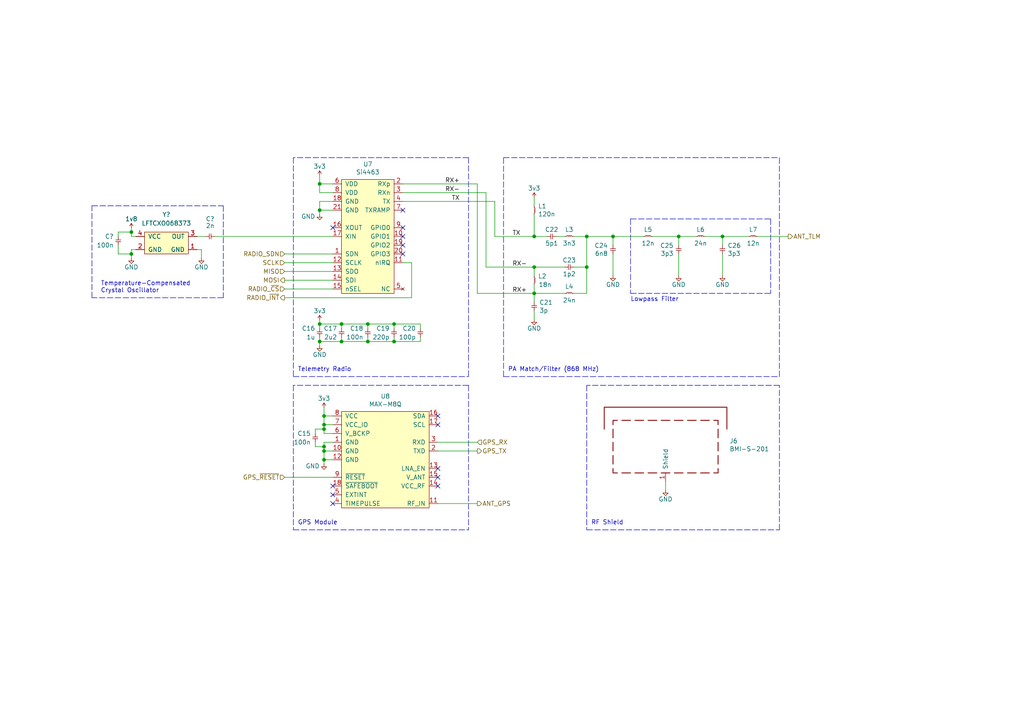
<source format=kicad_sch>
(kicad_sch (version 20211123) (generator eeschema)
  (paper "A4")
  (title_block (title "HAB Radio and GPS") (date "2021-08-31") (rev "1") (company "Cambridge University Spaceflight") (comment 4 "Drawn By H. Franks"))
  (lib_symbols
    (symbol "Strix:1v8" (power) (pin_numbers hide) (pin_names (offset 1.016) hide)
      (property "Value" "1v8" (at 0 2.286 0))
      (symbol "1v8_0_1"
        (polyline (pts (xy 0 1.27) (xy 0.508 0.508)))
        (polyline (pts (xy 0 0) (xy 0 1.27) (xy -0.508 0.508)))
      )
      (symbol "1v8_1_1"
        (pin power_in line (at 0 0 180) (length 0) hide (name "1v8") (number "1"))
      )
    )
    (symbol "Strix:3v3" (power) (pin_numbers hide) (pin_names (offset 1.016) hide)
      (property "Value" "3v3" (at 0 2.286 0))
      (symbol "3v3_0_1"
        (polyline (pts (xy 0 1.27) (xy 0.508 0.508)))
        (polyline (pts (xy 0 0) (xy 0 1.27) (xy -0.508 0.508)))
      )
      (symbol "3v3_1_1"
        (pin power_in line (at 0 0 180) (length 0) hide (name "3v3") (number "1"))
      )
    )
    (symbol "Strix:BMI-S-201" (pin_names (offset 1.016))
      (property "Reference" "J" (at 0 5.08 0))
      (property "Value" "BMI-S-201" (at 0 2.54 0))
      (symbol "BMI-S-201_0_1"
        (polyline (pts (xy -15.24 -5.08) (xy -15.24 -2.54)) (stroke (width 0.254)))
        (polyline (pts (xy -15.24 -1.27) (xy -15.24 1.27)) (stroke (width 0.254)))
        (polyline (pts (xy -15.24 2.54) (xy -15.24 5.08)) (stroke (width 0.254)))
        (polyline (pts (xy -12.7 7.62) (xy -10.16 7.62)) (stroke (width 0.254)))
        (polyline (pts (xy -10.16 -7.62) (xy -12.7 -7.62)) (stroke (width 0.254)))
        (polyline (pts (xy -6.35 -7.62) (xy -8.89 -7.62)) (stroke (width 0.254)))
        (polyline (pts (xy -6.35 7.62) (xy -8.89 7.62)) (stroke (width 0.254)))
        (polyline (pts (xy -2.54 -7.62) (xy -5.08 -7.62)) (stroke (width 0.254)))
        (polyline (pts (xy -2.54 7.62) (xy -5.08 7.62)) (stroke (width 0.254)))
        (polyline (pts (xy -1.27 -7.62) (xy 1.27 -7.62)) (stroke (width 0.254)))
        (polyline (pts (xy 1.27 7.62) (xy -1.27 7.62)) (stroke (width 0.254)))
        (polyline (pts (xy 2.54 -7.62) (xy 5.08 -7.62)) (stroke (width 0.254)))
        (polyline (pts (xy 5.08 7.62) (xy 2.54 7.62)) (stroke (width 0.254)))
        (polyline (pts (xy 6.35 -7.62) (xy 8.89 -7.62)) (stroke (width 0.254)))
        (polyline (pts (xy 8.89 7.62) (xy 6.35 7.62)) (stroke (width 0.254)))
        (polyline (pts (xy 10.16 -7.62) (xy 12.7 -7.62)) (stroke (width 0.254)))
        (polyline (pts (xy 12.7 7.62) (xy 10.16 7.62)) (stroke (width 0.254)))
        (polyline (pts (xy 15.24 -5.08) (xy 15.24 -2.54)) (stroke (width 0.254)))
        (polyline (pts (xy 15.24 -1.27) (xy 15.24 1.27)) (stroke (width 0.254)))
        (polyline (pts (xy 15.24 2.54) (xy 15.24 5.08)) (stroke (width 0.254)))
        (polyline (pts (xy -15.24 6.35) (xy -15.24 7.62) (xy -13.97 7.62)) (stroke (width 0.254)))
        (polyline (pts (xy -13.97 -7.62) (xy -15.24 -7.62) (xy -15.24 -6.35)) (stroke (width 0.254)))
        (polyline (pts (xy 13.97 -7.62) (xy 15.24 -7.62) (xy 15.24 -6.35)) (stroke (width 0.254)))
        (polyline (pts (xy 15.24 6.35) (xy 15.24 7.62) (xy 13.97 7.62)) (stroke (width 0.254)))
        (polyline (pts (xy -17.78 5.08) (xy -17.78 11.43) (xy 17.78 11.43) (xy 17.78 5.08)) (stroke (width 0.254)))
      )
      (symbol "BMI-S-201_1_1"
        (pin passive line (at 0 -10.16 90) (length 2.54) (name "Shield") (number "1"))
      )
    )
    (symbol "Strix:C" (pin_numbers hide) (pin_names (offset 1.016) hide)
      (property "Reference" "C" (at 1.27 1.778 0))
      (property "Value" "C" (at 1.27 -1.778 0))
      (symbol "C_0_1"
        (polyline (pts (xy 1.016 0.762) (xy 1.016 -0.762)))
        (polyline (pts (xy 1.524 0.762) (xy 1.524 -0.762)))
      )
      (symbol "C_1_1"
        (pin passive line (at 0 0 0) (length 1.016) (name "~") (number "1"))
        (pin passive line (at 2.54 0 180) (length 1.016) (name "~") (number "2"))
      )
    )
    (symbol "Strix:GND" (power) (pin_numbers hide) (pin_names (offset 1.016) hide)
      (property "Value" "GND" (at 0 -2.54 0))
      (symbol "GND_0_1"
        (polyline (pts (xy 0 0) (xy 0 -0.762)))
        (polyline (pts (xy -0.762 -0.762) (xy 0.762 -0.762) (xy 0 -1.524) (xy -0.762 -0.762)) (fill (type background)))
      )
      (symbol "GND_1_1"
        (pin power_in line (at 0 0 180) (length 0) hide (name "GND") (number "1"))
      )
    )
    (symbol "Strix:L" (pin_numbers hide) (pin_names (offset 1.016) hide)
      (property "Reference" "L" (at 1.27 1.27 0))
      (property "Value" "L" (at 1.27 -1.27 0))
      (symbol "L_0_1"
        (arc (start 1.016 0) (mid 0.762 0.254) (end 0.508 0))
        (arc (start 1.524 0) (mid 1.27 0.254) (end 1.016 0))
        (arc (start 2.032 0) (mid 1.778 0.254) (end 1.524 0))
      )
      (symbol "L_1_1"
        (pin passive line (at 0 0 0) (length 0.508) (name "~") (number "1"))
        (pin passive line (at 2.54 0 180) (length 0.508) (name "~") (number "2"))
      )
    )
    (symbol "Strix:LFTCXO068373" (pin_names (offset 1.016))
      (property "Reference" "Y" (at 0 3.81 0))
      (property "Value" "LFTCXO068373" (at 0 -5.08 0))
      (symbol "LFTCXO068373_0_1"
        (rectangle (start -6.35 2.54) (end 6.35 -3.81) (fill (type background)))
      )
      (symbol "LFTCXO068373_1_1"
        (pin power_in line (at 8.89 -2.54 180) (length 2.54) (name "GND") (number "1"))
        (pin power_in line (at -8.89 -2.54 0) (length 2.54) (name "GND") (number "2"))
        (pin output line (at 8.89 1.27 180) (length 2.54) (name "OUT") (number "3"))
        (pin power_in line (at -8.89 1.27 0) (length 2.54) (name "VCC") (number "4"))
      )
    )
    (symbol "Strix:MAX-M8Q" (pin_names (offset 1.016))
      (property "Reference" "U" (at -12.7 15.24 0))
      (property "Value" "MAX-M8Q" (at -12.7 -15.24 0))
      (symbol "MAX-M8Q_0_0"
        (pin power_in line (at -15.24 5.08 0) (length 2.54) (name "GND") (number "1"))
        (pin power_in line (at -15.24 2.54 0) (length 2.54) (name "GND") (number "10"))
        (pin input line (at 15.24 -12.7 180) (length 2.54) (name "RF_IN") (number "11"))
        (pin power_in line (at -15.24 0 0) (length 2.54) (name "GND") (number "12"))
        (pin output line (at 15.24 -2.54 180) (length 2.54) (name "LNA_EN") (number "13"))
        (pin power_out line (at 15.24 -7.62 180) (length 2.54) (name "VCC_RF") (number "14"))
        (pin power_in line (at 15.24 -5.08 180) (length 2.54) (name "V_ANT") (number "15"))
        (pin bidirectional line (at 15.24 12.7 180) (length 2.54) (name "SDA") (number "16"))
        (pin bidirectional line (at 15.24 10.16 180) (length 2.54) (name "SCL") (number "17"))
        (pin input line (at -15.24 -7.62 0) (length 2.54) (name "~{SAFEBOOT}") (number "18"))
        (pin input line (at 15.24 2.54 180) (length 2.54) (name "TXD") (number "2"))
        (pin input line (at 15.24 5.08 180) (length 2.54) (name "RXD") (number "3"))
        (pin output line (at -15.24 -12.7 0) (length 2.54) (name "TIMEPULSE") (number "4"))
        (pin input line (at -15.24 -10.16 0) (length 2.54) (name "EXTINT") (number "5"))
        (pin power_in line (at -15.24 7.62 0) (length 2.54) (name "V_BCKP") (number "6"))
        (pin power_in line (at -15.24 10.16 0) (length 2.54) (name "VCC_IO") (number "7"))
        (pin power_in line (at -15.24 12.7 0) (length 2.54) (name "VCC") (number "8"))
        (pin input line (at -15.24 -5.08 0) (length 2.54) (name "~{RESET}") (number "9"))
      )
      (symbol "MAX-M8Q_0_1"
        (rectangle (start -12.7 13.97) (end 12.7 -13.97) (fill (type background)))
      )
    )
    (symbol "Strix:Si4463" (pin_names (offset 1.016))
      (property "Reference" "U" (at -7.62 17.78 0))
      (property "Value" "Si4463" (at -7.62 -17.78 0))
      (symbol "Si4463_0_1"
        (rectangle (start -7.62 16.51) (end 7.62 -16.51) (fill (type background)))
      )
      (symbol "Si4463_1_1"
        (pin input line (at -10.16 -5.08 0) (length 2.54) (name "SDN") (number "1"))
        (pin bidirectional line (at 10.16 0 180) (length 2.54) (name "GPIO1") (number "10"))
        (pin output line (at 10.16 -7.62 180) (length 2.54) (name "nIRQ") (number "11"))
        (pin input line (at -10.16 -7.62 0) (length 2.54) (name "SCLK") (number "12"))
        (pin output line (at -10.16 -10.16 0) (length 2.54) (name "SDO") (number "13"))
        (pin input line (at -10.16 -12.7 0) (length 2.54) (name "SDI") (number "14"))
        (pin input line (at -10.16 -15.24 0) (length 2.54) (name "nSEL") (number "15"))
        (pin output line (at -10.16 2.54 0) (length 2.54) (name "XOUT") (number "16"))
        (pin input line (at -10.16 0 0) (length 2.54) (name "XIN") (number "17"))
        (pin power_in line (at -10.16 10.16 0) (length 2.54) (name "GND") (number "18"))
        (pin bidirectional line (at 10.16 -2.54 180) (length 2.54) (name "GPIO2") (number "19"))
        (pin input line (at 10.16 15.24 180) (length 2.54) (name "RXp") (number "2"))
        (pin bidirectional line (at 10.16 -5.08 180) (length 2.54) (name "GPIO3") (number "20"))
        (pin power_in line (at -10.16 7.62 0) (length 2.54) (name "GND") (number "21"))
        (pin input line (at 10.16 12.7 180) (length 2.54) (name "RXn") (number "3"))
        (pin output line (at 10.16 10.16 180) (length 2.54) (name "TX") (number "4"))
        (pin no_connect line (at 10.16 -15.24 180) (length 2.54) (name "NC") (number "5"))
        (pin power_in line (at -10.16 15.24 0) (length 2.54) (name "VDD") (number "6"))
        (pin output line (at 10.16 7.62 180) (length 2.54) (name "TXRAMP") (number "7"))
        (pin power_in line (at -10.16 12.7 0) (length 2.54) (name "VDD") (number "8"))
        (pin bidirectional line (at 10.16 2.54 180) (length 2.54) (name "GPIO0") (number "9"))
      )
    )
  )
  (junction (at 106.68 99.06))
  (junction (at 196.85 68.58))
  (junction (at 99.06 93.98))
  (junction (at 38.1 73.66))
  (junction (at 154.94 77.47))
  (junction (at 114.3 93.98))
  (junction (at 114.3 99.06))
  (junction (at 177.8 68.58))
  (junction (at 38.1 67.31))
  (junction (at 93.98 133.35))
  (junction (at 106.68 93.98))
  (junction (at 93.98 123.19))
  (junction (at 92.71 53.34))
  (junction (at 209.55 68.58))
  (junction (at 93.98 130.81))
  (junction (at 92.71 93.98))
  (junction (at 93.98 129.54))
  (junction (at 154.94 85.09))
  (junction (at 154.94 68.58))
  (junction (at 92.71 99.06))
  (junction (at 93.98 124.46))
  (junction (at 92.71 60.96))
  (junction (at 99.06 99.06))
  (junction (at 93.98 120.65))
  (junction (at 170.18 77.47))
  (junction (at 170.18 68.58))
  (no_connect (at 127 123.19))
  (no_connect (at 96.52 143.51))
  (no_connect (at 116.84 73.66))
  (no_connect (at 127 138.43))
  (no_connect (at 116.84 71.12))
  (no_connect (at 116.84 66.04))
  (no_connect (at 127 120.65))
  (no_connect (at 96.52 146.05))
  (no_connect (at 127 140.97))
  (no_connect (at 116.84 60.96))
  (no_connect (at 96.52 140.97))
  (no_connect (at 96.52 66.04))
  (no_connect (at 127 135.89))
  (no_connect (at 116.84 68.58))
  (polyline (pts (xy 146.05 45.72) (xy 226.06 45.72)))
  (wire (pts (xy 34.29 71.12) (xy 34.29 73.66)))
  (polyline (pts (xy 135.89 45.72) (xy 85.09 45.72)))
  (wire (pts (xy 143.51 58.42) (xy 143.51 68.58)))
  (polyline (pts (xy 85.09 109.22) (xy 135.89 109.22)))
  (wire (pts (xy 82.55 138.43) (xy 96.52 138.43)))
  (polyline (pts (xy 226.06 109.22) (xy 226.06 45.72)))
  (wire (pts (xy 93.98 134.62) (xy 93.98 133.35)))
  (wire (pts (xy 106.68 99.06) (xy 106.68 97.79)))
  (wire (pts (xy 91.44 124.46) (xy 91.44 125.73)))
  (polyline (pts (xy 182.88 63.5) (xy 182.88 85.09)))
  (wire (pts (xy 99.06 93.98) (xy 99.06 95.25)))
  (polyline (pts (xy 226.06 111.76) (xy 170.18 111.76)))
  (wire (pts (xy 119.38 86.36) (xy 119.38 76.2)))
  (wire (pts (xy 93.98 123.19) (xy 93.98 124.46)))
  (wire (pts (xy 92.71 99.06) (xy 99.06 99.06)))
  (wire (pts (xy 116.84 76.2) (xy 119.38 76.2)))
  (wire (pts (xy 154.94 85.09) (xy 154.94 87.63)))
  (wire (pts (xy 166.37 77.47) (xy 170.18 77.47)))
  (wire (pts (xy 196.85 71.12) (xy 196.85 68.58)))
  (wire (pts (xy 92.71 93.98) (xy 92.71 95.25)))
  (wire (pts (xy 114.3 93.98) (xy 114.3 95.25)))
  (wire (pts (xy 93.98 128.27) (xy 96.52 128.27)))
  (wire (pts (xy 92.71 58.42) (xy 92.71 60.96)))
  (wire (pts (xy 114.3 99.06) (xy 121.92 99.06)))
  (wire (pts (xy 116.84 58.42) (xy 143.51 58.42)))
  (wire (pts (xy 209.55 68.58) (xy 209.55 71.12)))
  (wire (pts (xy 93.98 130.81) (xy 93.98 129.54)))
  (wire (pts (xy 127 146.05) (xy 138.43 146.05)))
  (wire (pts (xy 91.44 128.27) (xy 91.44 129.54)))
  (wire (pts (xy 91.44 129.54) (xy 93.98 129.54)))
  (wire (pts (xy 170.18 77.47) (xy 170.18 85.09)))
  (wire (pts (xy 121.92 99.06) (xy 121.92 97.79)))
  (wire (pts (xy 93.98 125.73) (xy 96.52 125.73)))
  (wire (pts (xy 116.84 53.34) (xy 138.43 53.34)))
  (wire (pts (xy 34.29 67.31) (xy 38.1 67.31)))
  (wire (pts (xy 219.71 68.58) (xy 228.6 68.58)))
  (wire (pts (xy 114.3 99.06) (xy 106.68 99.06)))
  (wire (pts (xy 127 128.27) (xy 138.43 128.27)))
  (wire (pts (xy 154.94 82.55) (xy 154.94 85.09)))
  (wire (pts (xy 38.1 67.31) (xy 38.1 68.58)))
  (wire (pts (xy 201.93 68.58) (xy 196.85 68.58)))
  (wire (pts (xy 186.69 68.58) (xy 177.8 68.58)))
  (wire (pts (xy 93.98 129.54) (xy 93.98 128.27)))
  (wire (pts (xy 154.94 90.17) (xy 154.94 92.71)))
  (polyline (pts (xy 85.09 45.72) (xy 85.09 109.22)))
  (polyline (pts (xy 182.88 85.09) (xy 223.52 85.09)))
  (wire (pts (xy 177.8 71.12) (xy 177.8 68.58)))
  (wire (pts (xy 154.94 59.69) (xy 154.94 57.15)))
  (wire (pts (xy 93.98 133.35) (xy 96.52 133.35)))
  (wire (pts (xy 39.37 68.58) (xy 38.1 68.58)))
  (wire (pts (xy 93.98 123.19) (xy 96.52 123.19)))
  (wire (pts (xy 138.43 85.09) (xy 138.43 53.34)))
  (wire (pts (xy 93.98 118.11) (xy 93.98 120.65)))
  (wire (pts (xy 143.51 68.58) (xy 154.94 68.58)))
  (polyline (pts (xy 64.77 86.36) (xy 26.67 86.36)))
  (wire (pts (xy 92.71 93.98) (xy 92.71 92.71)))
  (wire (pts (xy 82.55 81.28) (xy 96.52 81.28)))
  (wire (pts (xy 163.83 68.58) (xy 161.29 68.58)))
  (wire (pts (xy 34.29 68.58) (xy 34.29 67.31)))
  (wire (pts (xy 154.94 80.01) (xy 154.94 77.47)))
  (wire (pts (xy 92.71 50.8) (xy 92.71 53.34)))
  (wire (pts (xy 38.1 73.66) (xy 38.1 74.93)))
  (wire (pts (xy 158.75 68.58) (xy 154.94 68.58)))
  (polyline (pts (xy 26.67 59.69) (xy 64.77 59.69)))
  (wire (pts (xy 106.68 93.98) (xy 99.06 93.98)))
  (wire (pts (xy 92.71 99.06) (xy 92.71 100.33)))
  (polyline (pts (xy 26.67 86.36) (xy 26.67 59.69)))
  (wire (pts (xy 92.71 55.88) (xy 92.71 53.34)))
  (wire (pts (xy 166.37 68.58) (xy 170.18 68.58)))
  (polyline (pts (xy 135.89 111.76) (xy 135.89 153.67)))
  (wire (pts (xy 140.97 77.47) (xy 140.97 55.88)))
  (wire (pts (xy 92.71 60.96) (xy 92.71 62.23)))
  (wire (pts (xy 163.83 85.09) (xy 154.94 85.09)))
  (wire (pts (xy 38.1 66.04) (xy 38.1 67.31)))
  (polyline (pts (xy 170.18 111.76) (xy 170.18 153.67)))
  (wire (pts (xy 217.17 68.58) (xy 209.55 68.58)))
  (wire (pts (xy 127 130.81) (xy 138.43 130.81)))
  (wire (pts (xy 96.52 58.42) (xy 92.71 58.42)))
  (wire (pts (xy 138.43 85.09) (xy 154.94 85.09)))
  (wire (pts (xy 34.29 73.66) (xy 38.1 73.66)))
  (wire (pts (xy 39.37 72.39) (xy 38.1 72.39)))
  (wire (pts (xy 82.55 78.74) (xy 96.52 78.74)))
  (wire (pts (xy 93.98 130.81) (xy 96.52 130.81)))
  (polyline (pts (xy 223.52 63.5) (xy 223.52 85.09)))
  (wire (pts (xy 99.06 99.06) (xy 106.68 99.06)))
  (wire (pts (xy 106.68 95.25) (xy 106.68 93.98)))
  (wire (pts (xy 92.71 53.34) (xy 96.52 53.34)))
  (wire (pts (xy 204.47 68.58) (xy 209.55 68.58)))
  (wire (pts (xy 170.18 68.58) (xy 177.8 68.58)))
  (polyline (pts (xy 135.89 111.76) (xy 85.09 111.76)))
  (wire (pts (xy 92.71 97.79) (xy 92.71 99.06)))
  (wire (pts (xy 170.18 85.09) (xy 166.37 85.09)))
  (wire (pts (xy 38.1 72.39) (xy 38.1 73.66)))
  (wire (pts (xy 99.06 93.98) (xy 92.71 93.98)))
  (polyline (pts (xy 64.77 59.69) (xy 64.77 86.36)))
  (wire (pts (xy 93.98 124.46) (xy 91.44 124.46)))
  (polyline (pts (xy 146.05 109.22) (xy 226.06 109.22)))
  (polyline (pts (xy 135.89 45.72) (xy 135.89 109.22)))
  (wire (pts (xy 57.15 68.58) (xy 59.69 68.58)))
  (wire (pts (xy 57.15 72.39) (xy 58.42 72.39)))
  (wire (pts (xy 82.55 76.2) (xy 96.52 76.2)))
  (wire (pts (xy 93.98 124.46) (xy 93.98 125.73)))
  (polyline (pts (xy 226.06 153.67) (xy 226.06 111.76)))
  (wire (pts (xy 140.97 77.47) (xy 154.94 77.47)))
  (wire (pts (xy 196.85 73.66) (xy 196.85 80.01)))
  (polyline (pts (xy 170.18 153.67) (xy 226.06 153.67)))
  (wire (pts (xy 62.23 68.58) (xy 96.52 68.58)))
  (wire (pts (xy 114.3 97.79) (xy 114.3 99.06)))
  (wire (pts (xy 170.18 68.58) (xy 170.18 77.47)))
  (wire (pts (xy 96.52 60.96) (xy 92.71 60.96)))
  (wire (pts (xy 99.06 99.06) (xy 99.06 97.79)))
  (wire (pts (xy 93.98 133.35) (xy 93.98 130.81)))
  (polyline (pts (xy 146.05 109.22) (xy 146.05 45.72)))
  (wire (pts (xy 96.52 55.88) (xy 92.71 55.88)))
  (wire (pts (xy 114.3 93.98) (xy 121.92 93.98)))
  (wire (pts (xy 196.85 68.58) (xy 189.23 68.58)))
  (polyline (pts (xy 182.88 63.5) (xy 223.52 63.5)))
  (polyline (pts (xy 85.09 153.67) (xy 135.89 153.67)))
  (wire (pts (xy 116.84 55.88) (xy 140.97 55.88)))
  (wire (pts (xy 154.94 62.23) (xy 154.94 68.58)))
  (wire (pts (xy 82.55 83.82) (xy 96.52 83.82)))
  (wire (pts (xy 121.92 93.98) (xy 121.92 95.25)))
  (wire (pts (xy 58.42 72.39) (xy 58.42 74.93)))
  (wire (pts (xy 177.8 73.66) (xy 177.8 80.01)))
  (wire (pts (xy 93.98 120.65) (xy 93.98 123.19)))
  (wire (pts (xy 93.98 120.65) (xy 96.52 120.65)))
  (wire (pts (xy 82.55 86.36) (xy 119.38 86.36)))
  (wire (pts (xy 82.55 73.66) (xy 96.52 73.66)))
  (wire (pts (xy 106.68 93.98) (xy 114.3 93.98)))
  (wire (pts (xy 193.04 139.7) (xy 193.04 142.24)))
  (polyline (pts (xy 85.09 111.76) (xy 85.09 153.67)))
  (wire (pts (xy 163.83 77.47) (xy 154.94 77.47)))
  (wire (pts (xy 209.55 73.66) (xy 209.55 80.01)))
  (text "PA Match/Filter (868 MHz)" (at 147.32 107.95 0) (effects (font (size 1.27 1.27)) (justify left bottom)))
  (text "Lowpass Filter" (at 182.88 87.63 0) (effects (font (size 1.27 1.27)) (justify left bottom)))
  (text "GPS Module" (at 86.36 152.4 0) (effects (font (size 1.27 1.27)) (justify left bottom)))
  (text "Telemetry Radio" (at 86.36 107.95 0) (effects (font (size 1.27 1.27)) (justify left bottom)))
  (text "Temperature-Compensated\nCrystal Oscillator" (at 29.21 85.09 0) (effects (font (size 1.27 1.27)) (justify left bottom)))
  (text "RF Shield" (at 171.45 152.4 0) (effects (font (size 1.27 1.27)) (justify left bottom)))
  (label "RX+" (at 148.59 85.09 0))
  (label "TX" (at 148.59 68.58 0))
  (label "TX" (at 133.35 58.42 180))
  (label "RX-" (at 148.59 77.47 0))
  (label "RX-" (at 133.35 55.88 180))
  (label "RX+" (at 133.35 53.34 180))
  (hierarchical_label "GPS_RX" (shape input) (at 138.43 128.27 0))
  (hierarchical_label "GPS_~{RESET}" (shape input) (at 82.55 138.43 180))
  (hierarchical_label "MOSI" (shape output) (at 82.55 81.28 180))
  (hierarchical_label "RADIO_SDN" (shape input) (at 82.55 73.66 180))
  (hierarchical_label "RADIO_~{CS}" (shape input) (at 82.55 83.82 180))
  (hierarchical_label "GPS_TX" (shape output) (at 138.43 130.81 0))
  (hierarchical_label "ANT_TLM" (shape output) (at 228.6 68.58 0))
  (hierarchical_label "MISO" (shape input) (at 82.55 78.74 180))
  (hierarchical_label "RADIO_~{INT}" (shape output) (at 82.55 86.36 180))
  (hierarchical_label "ANT_GPS" (shape output) (at 138.43 146.05 0))
  (hierarchical_label "SCLK" (shape input) (at 82.55 76.2 180))
  (symbol (lib_id "Strix:GND") (at 92.71 62.23 0) (unit 1)
    (property "Reference" "#PWR031" (effects hide))
    (property "Value" "GND" (at 91.44 63.5 0) (effects (justify right bottom)))
  )
  (symbol (lib_id "Strix:3v3") (at 92.71 50.8 0) (unit 1)
    (property "Reference" "#PWR030" (effects hide))
    (property "Value" "3v3" (at 92.71 48.26 0))
  )
  (symbol (lib_id "Strix:3v3") (at 92.71 92.71 0) (unit 1)
    (property "Reference" "#PWR032" (effects hide))
    (property "Value" "3v3" (at 92.71 90.17 0))
  )
  (symbol (lib_id "Strix:GND") (at 92.71 100.33 0) (unit 1)
    (property "Reference" "#PWR033" (effects hide))
    (property "Value" "GND" (at 92.71 102.87 0))
  )
  (symbol (lib_id "Strix:C") (at 121.92 95.25 90) (mirror x) (unit 1)
    (property "Reference" "C20" (at 120.65 95.25 90) (effects (justify left)))
    (property "Value" "100p" (at 120.65 97.79 90) (effects (justify left)))
    (property "Footprint" "Strix:C_0402" (effects hide))
  )
  (symbol (lib_id "Strix:C") (at 114.3 95.25 90) (mirror x) (unit 1)
    (property "Reference" "C19" (at 113.03 95.25 90) (effects (justify left)))
    (property "Value" "220p" (at 113.03 97.79 90) (effects (justify left)))
    (property "Footprint" "Strix:C_0402" (effects hide))
  )
  (symbol (lib_id "Strix:C") (at 106.68 95.25 90) (mirror x) (unit 1)
    (property "Reference" "C18" (at 105.41 95.25 90) (effects (justify left)))
    (property "Value" "100n" (at 105.41 97.79 90) (effects (justify left)))
    (property "Footprint" "Strix:C_0402" (effects hide))
  )
  (symbol (lib_id "Strix:C") (at 99.06 95.25 90) (mirror x) (unit 1)
    (property "Reference" "C17" (at 97.79 95.25 90) (effects (justify left)))
    (property "Value" "2u2" (at 97.79 97.79 90) (effects (justify left)))
    (property "Footprint" "Strix:C_0402" (effects hide))
  )
  (symbol (lib_id "Strix:C") (at 92.71 95.25 90) (mirror x) (unit 1)
    (property "Reference" "C16" (at 91.44 95.25 90) (effects (justify left)))
    (property "Value" "1u" (at 91.44 97.79 90) (effects (justify left)))
    (property "Footprint" "Strix:C_0402" (effects hide))
  )
  (symbol (lib_id "Strix:GND") (at 93.98 134.62 0) (unit 1)
    (property "Reference" "#PWR029" (effects hide))
    (property "Value" "GND" (at 92.71 135.89 0) (effects (justify right bottom)))
  )
  (symbol (lib_id "Strix:3v3") (at 93.98 118.11 0) (unit 1)
    (property "Reference" "#PWR028" (effects hide))
    (property "Value" "3v3" (at 93.98 115.57 0))
  )
  (symbol (lib_id "Strix:C") (at 91.44 128.27 90) (unit 1)
    (property "Reference" "C15" (at 90.17 125.73 90) (effects (justify left)))
    (property "Value" "100n" (at 90.17 128.27 90) (effects (justify left)))
    (property "Footprint" "Strix:C_0402" (effects hide))
  )
  (symbol (lib_id "Strix:GND") (at 196.85 80.01 0) (unit 1)
    (property "Reference" "#PWR038" (effects hide))
    (property "Value" "GND" (at 196.85 82.55 0))
  )
  (symbol (lib_id "Strix:3v3") (at 154.94 57.15 0) (unit 1)
    (property "Reference" "#PWR034" (effects hide))
    (property "Value" "3v3" (at 154.94 54.61 0))
  )
  (symbol (lib_id "Strix:L") (at 154.94 59.69 270) (unit 1)
    (property "Reference" "L1" (at 156.0576 59.7916 90) (effects (justify left)))
    (property "Value" "120n" (at 156.0576 62.103 90) (effects (justify left)))
    (property "Footprint" "Strix:L_0402" (effects hide))
  )
  (symbol (lib_id "Strix:C") (at 163.83 77.47 0) (unit 1)
    (property "Reference" "C23" (at 165.1 76.2 0) (effects (justify bottom)))
    (property "Value" "1p2" (at 165.1 78.74 0) (effects (justify top)))
    (property "Footprint" "Strix:C_0402" (effects hide))
  )
  (symbol (lib_id "Strix:L") (at 163.83 85.09 0) (unit 1)
    (property "Reference" "L4" (at 165.1 83.82 0) (effects (justify bottom)))
    (property "Value" "24n" (at 165.1 86.36 0) (effects (justify top)))
    (property "Footprint" "Strix:L_0402" (effects hide))
  )
  (symbol (lib_id "Strix:GND") (at 154.94 92.71 0) (unit 1)
    (property "Reference" "#PWR035" (effects hide))
    (property "Value" "GND" (at 154.94 95.25 0))
  )
  (symbol (lib_id "Strix:C") (at 154.94 87.63 270) (unit 1)
    (property "Reference" "C21" (at 156.4132 87.7316 90) (effects (justify left)))
    (property "Value" "3p" (at 156.4132 90.043 90) (effects (justify left)))
    (property "Footprint" "Strix:C_0402" (effects hide))
  )
  (symbol (lib_id "Strix:L") (at 154.94 80.01 270) (unit 1)
    (property "Reference" "L2" (at 156.0576 80.1116 90) (effects (justify left)))
    (property "Value" "18n" (at 156.21 82.55 90) (effects (justify left)))
    (property "Footprint" "Strix:L_0402" (effects hide))
  )
  (symbol (lib_id "Strix:L") (at 163.83 68.58 0) (unit 1)
    (property "Reference" "L3" (at 165.1 67.31 0) (effects (justify bottom)))
    (property "Value" "3n3" (at 165.1 69.85 0) (effects (justify top)))
    (property "Footprint" "Strix:L_0402" (effects hide))
  )
  (symbol (lib_id "Strix:L") (at 201.93 68.58 0) (unit 1)
    (property "Reference" "L6" (at 203.2 67.31 0) (effects (justify bottom)))
    (property "Value" "24n" (at 203.2 69.85 0) (effects (justify top)))
    (property "Footprint" "Strix:L_0402" (effects hide))
  )
  (symbol (lib_id "Strix:C") (at 196.85 71.12 90) (mirror x) (unit 1)
    (property "Reference" "C25" (at 195.3768 71.2216 90) (effects (justify left)))
    (property "Value" "3p3" (at 195.3768 73.533 90) (effects (justify left)))
    (property "Footprint" "Strix:C_0402" (effects hide))
  )
  (symbol (lib_id "Strix:C") (at 209.55 71.12 270) (unit 1)
    (property "Reference" "C26" (at 211.0232 71.2216 90) (effects (justify left)))
    (property "Value" "3p3" (at 211.0232 73.533 90) (effects (justify left)))
    (property "Footprint" "Strix:C_0402" (effects hide))
  )
  (symbol (lib_id "Strix:C") (at 158.75 68.58 0) (unit 1)
    (property "Reference" "C22" (at 160.02 67.31 0) (effects (justify bottom)))
    (property "Value" "5p1" (at 160.02 69.85 0) (effects (justify top)))
    (property "Footprint" "Strix:C_0402" (effects hide))
  )
  (symbol (lib_id "Strix:C") (at 177.8 71.12 90) (mirror x) (unit 1)
    (property "Reference" "C24" (at 176.3268 71.2216 90) (effects (justify left)))
    (property "Value" "6n8" (at 176.3268 73.533 90) (effects (justify left)))
    (property "Footprint" "Strix:C_0402" (effects hide))
  )
  (symbol (lib_id "Strix:GND") (at 177.8 80.01 0) (unit 1)
    (property "Reference" "#PWR036" (effects hide))
    (property "Value" "GND" (at 177.8 82.55 0))
  )
  (symbol (lib_id "Strix:L") (at 186.69 68.58 0) (unit 1)
    (property "Reference" "L5" (at 187.96 67.31 0) (effects (justify bottom)))
    (property "Value" "12n" (at 187.96 69.85 0) (effects (justify top)))
    (property "Footprint" "Strix:L_0402" (effects hide))
  )
  (symbol (lib_id "Strix:L") (at 217.17 68.58 0) (unit 1)
    (property "Reference" "L7" (at 218.44 67.31 0) (effects (justify bottom)))
    (property "Value" "12n" (at 218.44 69.85 0) (effects (justify top)))
    (property "Footprint" "Strix:L_0402" (effects hide))
  )
  (symbol (lib_id "Strix:GND") (at 209.55 80.01 0) (unit 1)
    (property "Reference" "#PWR039" (effects hide))
    (property "Value" "GND" (at 209.55 82.55 0))
  )
  (symbol (lib_id "Strix:Si4463") (at 106.68 68.58 0) (unit 1)
    (property "Reference" "U7" (at 106.68 47.625 0))
    (property "Value" "Si4463" (at 106.68 49.9364 0))
    (property "Footprint" "Strix:Si4463" (effects hide))
    (property "Farnell" "2462637" (effects hide))
  )
  (symbol (lib_id "Strix:GND") (at 193.04 142.24 0) (unit 1)
    (property "Reference" "#PWR037" (effects hide))
    (property "Value" "GND" (at 193.04 144.78 0))
  )
  (symbol (lib_id "Strix:MAX-M8Q") (at 111.76 133.35 0) (unit 1)
    (property "Reference" "U8" (at 111.76 114.935 0))
    (property "Value" "MAX-M8Q" (at 111.76 117.2464 0))
    (property "Footprint" "Strix:MAX-M8Q" (effects hide))
    (property "Datasheet" "https://www.u-blox.com/sites/default/files/MAX-M8-FW3_DataSheet_%28UBX-15031506%29.pdf" (effects hide))
  )
  (symbol (lib_id "Strix:BMI-S-201") (at 193.04 129.54 0) (unit 1)
    (property "Reference" "J6" (at 211.582 127.9144 0) (effects (justify left)))
    (property "Value" "BMI-S-201" (at 211.582 130.2258 0) (effects (justify left)))
    (property "Footprint" "Strix:BMI-S-201" (effects hide))
  )
  (symbol (lib_id "Strix:GND") (at 38.1 74.93 0) (unit 1)
    (property "Reference" "#PWR?" (effects hide))
    (property "Value" "GND" (at 38.1 77.47 0))
  )
  (symbol (lib_id "Strix:C") (at 34.29 68.58 270) (unit 1)
    (property "Reference" "C?" (at 33.02 68.58 90) (effects (justify right)))
    (property "Value" "100n" (at 33.02 71.12 90) (effects (justify right)))
    (property "Footprint" "Strix:C_0402" (effects hide))
  )
  (symbol (lib_id "Strix:1v8") (at 38.1 66.04 0) (unit 1)
    (property "Reference" "#PWR?" (effects hide))
    (property "Value" "1v8" (at 38.1 63.5 0))
  )
  (symbol (lib_id "Strix:GND") (at 58.42 74.93 0) (unit 1)
    (property "Reference" "#PWR?" (effects hide))
    (property "Value" "GND" (at 58.42 77.47 0))
  )
  (symbol (lib_id "Strix:C") (at 59.69 68.58 0) (unit 1)
    (property "Reference" "C?" (at 60.96 63.5 0))
    (property "Value" "2n" (at 60.96 64.77 0) (effects (justify top)))
    (property "Footprint" "Strix:C_0402" (effects hide))
  )
  (symbol (lib_id "Strix:LFTCXO068373") (at 48.26 69.85 0) (unit 1)
    (property "Reference" "Y?" (at 48.26 62.23 0))
    (property "Value" "LFTCXO068373" (at 48.26 64.77 0))
    (property "Footprint" "Strix:LFTCXO068373" (effects hide))
    (property "Farnell" "2627327" (effects hide))
  )
)
</source>
